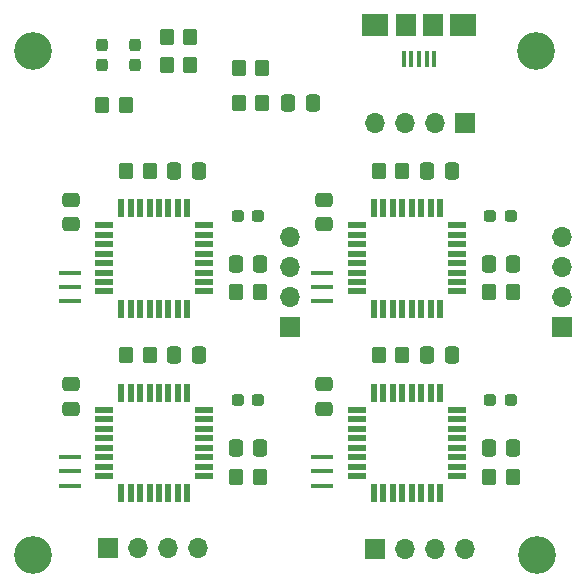
<source format=gbr>
%TF.GenerationSoftware,KiCad,Pcbnew,(6.0.4)*%
%TF.CreationDate,2022-04-04T02:46:47+02:00*%
%TF.ProjectId,Duino Coin,4475696e-6f20-4436-9f69-6e2e6b696361,rev?*%
%TF.SameCoordinates,Original*%
%TF.FileFunction,Soldermask,Top*%
%TF.FilePolarity,Negative*%
%FSLAX46Y46*%
G04 Gerber Fmt 4.6, Leading zero omitted, Abs format (unit mm)*
G04 Created by KiCad (PCBNEW (6.0.4)) date 2022-04-04 02:46:47*
%MOMM*%
%LPD*%
G01*
G04 APERTURE LIST*
G04 Aperture macros list*
%AMRoundRect*
0 Rectangle with rounded corners*
0 $1 Rounding radius*
0 $2 $3 $4 $5 $6 $7 $8 $9 X,Y pos of 4 corners*
0 Add a 4 corners polygon primitive as box body*
4,1,4,$2,$3,$4,$5,$6,$7,$8,$9,$2,$3,0*
0 Add four circle primitives for the rounded corners*
1,1,$1+$1,$2,$3*
1,1,$1+$1,$4,$5*
1,1,$1+$1,$6,$7*
1,1,$1+$1,$8,$9*
0 Add four rect primitives between the rounded corners*
20,1,$1+$1,$2,$3,$4,$5,0*
20,1,$1+$1,$4,$5,$6,$7,0*
20,1,$1+$1,$6,$7,$8,$9,0*
20,1,$1+$1,$8,$9,$2,$3,0*%
G04 Aperture macros list end*
%ADD10RoundRect,0.250000X0.337500X0.475000X-0.337500X0.475000X-0.337500X-0.475000X0.337500X-0.475000X0*%
%ADD11RoundRect,0.250000X0.475000X-0.337500X0.475000X0.337500X-0.475000X0.337500X-0.475000X-0.337500X0*%
%ADD12RoundRect,0.250000X-0.337500X-0.475000X0.337500X-0.475000X0.337500X0.475000X-0.337500X0.475000X0*%
%ADD13RoundRect,0.237500X0.287500X0.237500X-0.287500X0.237500X-0.287500X-0.237500X0.287500X-0.237500X0*%
%ADD14RoundRect,0.237500X0.237500X-0.287500X0.237500X0.287500X-0.237500X0.287500X-0.237500X-0.287500X0*%
%ADD15R,1.500000X0.600000*%
%ADD16R,0.600000X1.500000*%
%ADD17R,0.400000X1.400000*%
%ADD18R,1.800000X1.900000*%
%ADD19R,2.300000X1.900000*%
%ADD20RoundRect,0.249999X-0.350001X-0.450001X0.350001X-0.450001X0.350001X0.450001X-0.350001X0.450001X0*%
%ADD21RoundRect,0.249999X0.350001X0.450001X-0.350001X0.450001X-0.350001X-0.450001X0.350001X-0.450001X0*%
%ADD22R,1.900000X0.400000*%
%ADD23C,3.200000*%
%ADD24R,1.700000X1.700000*%
%ADD25O,1.700000X1.700000*%
G04 APERTURE END LIST*
D10*
%TO.C,C6*%
X167720000Y-119408000D03*
X165645000Y-119408000D03*
%TD*%
%TO.C,C7*%
X189119500Y-119408000D03*
X187044500Y-119408000D03*
%TD*%
%TO.C,C8*%
X167725000Y-103787000D03*
X165650000Y-103787000D03*
%TD*%
%TO.C,C9*%
X189119500Y-103787000D03*
X187044500Y-103787000D03*
%TD*%
D11*
%TO.C,C10*%
X156903500Y-123938000D03*
X156903500Y-121863000D03*
%TD*%
%TO.C,C11*%
X178303000Y-123938000D03*
X178303000Y-121863000D03*
%TD*%
%TO.C,C12*%
X156903500Y-108317000D03*
X156903500Y-106242000D03*
%TD*%
%TO.C,C13*%
X178303000Y-108317000D03*
X178303000Y-106242000D03*
%TD*%
D12*
%TO.C,C14*%
X170852000Y-127282000D03*
X172927000Y-127282000D03*
%TD*%
%TO.C,C15*%
X192251500Y-127282000D03*
X194326500Y-127282000D03*
%TD*%
%TO.C,C16*%
X170852000Y-111661000D03*
X172927000Y-111661000D03*
%TD*%
%TO.C,C17*%
X192251500Y-111661000D03*
X194326500Y-111661000D03*
%TD*%
D10*
%TO.C,C19*%
X177377000Y-98044000D03*
X175302000Y-98044000D03*
%TD*%
D13*
%TO.C,D9*%
X172764500Y-123218000D03*
X171014500Y-123218000D03*
%TD*%
%TO.C,D10*%
X194164000Y-123218000D03*
X192414000Y-123218000D03*
%TD*%
%TO.C,D11*%
X172764500Y-107597000D03*
X171014500Y-107597000D03*
%TD*%
%TO.C,D12*%
X194164000Y-107597000D03*
X192414000Y-107597000D03*
%TD*%
D14*
%TO.C,D13*%
X162306000Y-94855000D03*
X162306000Y-93105000D03*
%TD*%
%TO.C,D17*%
X159512000Y-94855000D03*
X159512000Y-93105000D03*
%TD*%
D15*
%TO.C,IC1*%
X159702000Y-124037500D03*
X159702000Y-124837500D03*
X159702000Y-125637500D03*
X159702000Y-126437500D03*
X159702000Y-127237500D03*
X159702000Y-128037500D03*
X159702000Y-128837500D03*
X159702000Y-129637500D03*
D16*
X161152000Y-131087500D03*
X161952000Y-131087500D03*
X162752000Y-131087500D03*
X163552000Y-131087500D03*
X164352000Y-131087500D03*
X165152000Y-131087500D03*
X165952000Y-131087500D03*
X166752000Y-131087500D03*
D15*
X168202000Y-129637500D03*
X168202000Y-128837500D03*
X168202000Y-128037500D03*
X168202000Y-127237500D03*
X168202000Y-126437500D03*
X168202000Y-125637500D03*
X168202000Y-124837500D03*
X168202000Y-124037500D03*
D16*
X166752000Y-122587500D03*
X165952000Y-122587500D03*
X165152000Y-122587500D03*
X164352000Y-122587500D03*
X163552000Y-122587500D03*
X162752000Y-122587500D03*
X161952000Y-122587500D03*
X161152000Y-122587500D03*
%TD*%
D15*
%TO.C,IC2*%
X181101500Y-124037500D03*
X181101500Y-124837500D03*
X181101500Y-125637500D03*
X181101500Y-126437500D03*
X181101500Y-127237500D03*
X181101500Y-128037500D03*
X181101500Y-128837500D03*
X181101500Y-129637500D03*
D16*
X182551500Y-131087500D03*
X183351500Y-131087500D03*
X184151500Y-131087500D03*
X184951500Y-131087500D03*
X185751500Y-131087500D03*
X186551500Y-131087500D03*
X187351500Y-131087500D03*
X188151500Y-131087500D03*
D15*
X189601500Y-129637500D03*
X189601500Y-128837500D03*
X189601500Y-128037500D03*
X189601500Y-127237500D03*
X189601500Y-126437500D03*
X189601500Y-125637500D03*
X189601500Y-124837500D03*
X189601500Y-124037500D03*
D16*
X188151500Y-122587500D03*
X187351500Y-122587500D03*
X186551500Y-122587500D03*
X185751500Y-122587500D03*
X184951500Y-122587500D03*
X184151500Y-122587500D03*
X183351500Y-122587500D03*
X182551500Y-122587500D03*
%TD*%
D15*
%TO.C,IC4*%
X181101500Y-108416500D03*
X181101500Y-109216500D03*
X181101500Y-110016500D03*
X181101500Y-110816500D03*
X181101500Y-111616500D03*
X181101500Y-112416500D03*
X181101500Y-113216500D03*
X181101500Y-114016500D03*
D16*
X182551500Y-115466500D03*
X183351500Y-115466500D03*
X184151500Y-115466500D03*
X184951500Y-115466500D03*
X185751500Y-115466500D03*
X186551500Y-115466500D03*
X187351500Y-115466500D03*
X188151500Y-115466500D03*
D15*
X189601500Y-114016500D03*
X189601500Y-113216500D03*
X189601500Y-112416500D03*
X189601500Y-111616500D03*
X189601500Y-110816500D03*
X189601500Y-110016500D03*
X189601500Y-109216500D03*
X189601500Y-108416500D03*
D16*
X188151500Y-106966500D03*
X187351500Y-106966500D03*
X186551500Y-106966500D03*
X185751500Y-106966500D03*
X184951500Y-106966500D03*
X184151500Y-106966500D03*
X183351500Y-106966500D03*
X182551500Y-106966500D03*
%TD*%
D17*
%TO.C,J1*%
X187672500Y-94323500D03*
X187022500Y-94323500D03*
X186372500Y-94323500D03*
X185722500Y-94323500D03*
X185072500Y-94323500D03*
D18*
X185222500Y-91473500D03*
D19*
X182622500Y-91473500D03*
D18*
X187522500Y-91473500D03*
D19*
X190122500Y-91473500D03*
%TD*%
D20*
%TO.C,R17*%
X161555000Y-119408000D03*
X163555000Y-119408000D03*
%TD*%
%TO.C,R18*%
X182954500Y-119408000D03*
X184954500Y-119408000D03*
%TD*%
%TO.C,R19*%
X161555000Y-103787000D03*
X163555000Y-103787000D03*
%TD*%
%TO.C,R20*%
X182954500Y-103787000D03*
X184954500Y-103787000D03*
%TD*%
D21*
%TO.C,R21*%
X172889500Y-129695000D03*
X170889500Y-129695000D03*
%TD*%
%TO.C,R22*%
X194289000Y-129695000D03*
X192289000Y-129695000D03*
%TD*%
%TO.C,R23*%
X172889500Y-114074000D03*
X170889500Y-114074000D03*
%TD*%
%TO.C,R24*%
X194289000Y-114074000D03*
X192289000Y-114074000D03*
%TD*%
%TO.C,R25*%
X173085000Y-95123000D03*
X171085000Y-95123000D03*
%TD*%
D20*
%TO.C,R26*%
X171085000Y-98044000D03*
X173085000Y-98044000D03*
%TD*%
%TO.C,R27*%
X164989000Y-94869000D03*
X166989000Y-94869000D03*
%TD*%
%TO.C,R28*%
X164989000Y-92456000D03*
X166989000Y-92456000D03*
%TD*%
%TO.C,R30*%
X159528000Y-98234500D03*
X161528000Y-98234500D03*
%TD*%
D22*
%TO.C,Y1*%
X156776500Y-128050500D03*
X156776500Y-129250500D03*
X156776500Y-130450500D03*
%TD*%
%TO.C,Y2*%
X178176000Y-128050500D03*
X178176000Y-129250500D03*
X178176000Y-130450500D03*
%TD*%
%TO.C,Y3*%
X156776500Y-112429500D03*
X156776500Y-113629500D03*
X156776500Y-114829500D03*
%TD*%
%TO.C,Y4*%
X178176000Y-112429500D03*
X178176000Y-113629500D03*
X178176000Y-114829500D03*
%TD*%
D23*
%TO.C,H1*%
X196342000Y-136334500D03*
%TD*%
%TO.C,H2*%
X153670000Y-136334500D03*
%TD*%
%TO.C,H3*%
X153670000Y-93662500D03*
%TD*%
%TO.C,H4*%
X196278500Y-93662500D03*
%TD*%
D15*
%TO.C,IC3*%
X159702000Y-108416500D03*
X159702000Y-109216500D03*
X159702000Y-110016500D03*
X159702000Y-110816500D03*
X159702000Y-111616500D03*
X159702000Y-112416500D03*
X159702000Y-113216500D03*
X159702000Y-114016500D03*
D16*
X161152000Y-115466500D03*
X161952000Y-115466500D03*
X162752000Y-115466500D03*
X163552000Y-115466500D03*
X164352000Y-115466500D03*
X165152000Y-115466500D03*
X165952000Y-115466500D03*
X166752000Y-115466500D03*
D15*
X168202000Y-114016500D03*
X168202000Y-113216500D03*
X168202000Y-112416500D03*
X168202000Y-111616500D03*
X168202000Y-110816500D03*
X168202000Y-110016500D03*
X168202000Y-109216500D03*
X168202000Y-108416500D03*
D16*
X166752000Y-106966500D03*
X165952000Y-106966500D03*
X165152000Y-106966500D03*
X164352000Y-106966500D03*
X163552000Y-106966500D03*
X162752000Y-106966500D03*
X161952000Y-106966500D03*
X161152000Y-106966500D03*
%TD*%
D24*
%TO.C,J2*%
X198450200Y-117043200D03*
D25*
X198450200Y-114503200D03*
X198450200Y-111963200D03*
X198450200Y-109423200D03*
%TD*%
D24*
%TO.C,J3*%
X182664100Y-135801100D03*
D25*
X185204100Y-135801100D03*
X187744100Y-135801100D03*
X190284100Y-135801100D03*
%TD*%
D24*
%TO.C,J5*%
X160020000Y-135775700D03*
D25*
X162560000Y-135775700D03*
X165100000Y-135775700D03*
X167640000Y-135775700D03*
%TD*%
D24*
%TO.C,J6*%
X175417480Y-117012720D03*
D25*
X175417480Y-114472720D03*
X175417480Y-111932720D03*
X175417480Y-109392720D03*
%TD*%
D24*
%TO.C,J4*%
X190296800Y-99771200D03*
D25*
X187756800Y-99771200D03*
X185216800Y-99771200D03*
X182676800Y-99771200D03*
%TD*%
M02*

</source>
